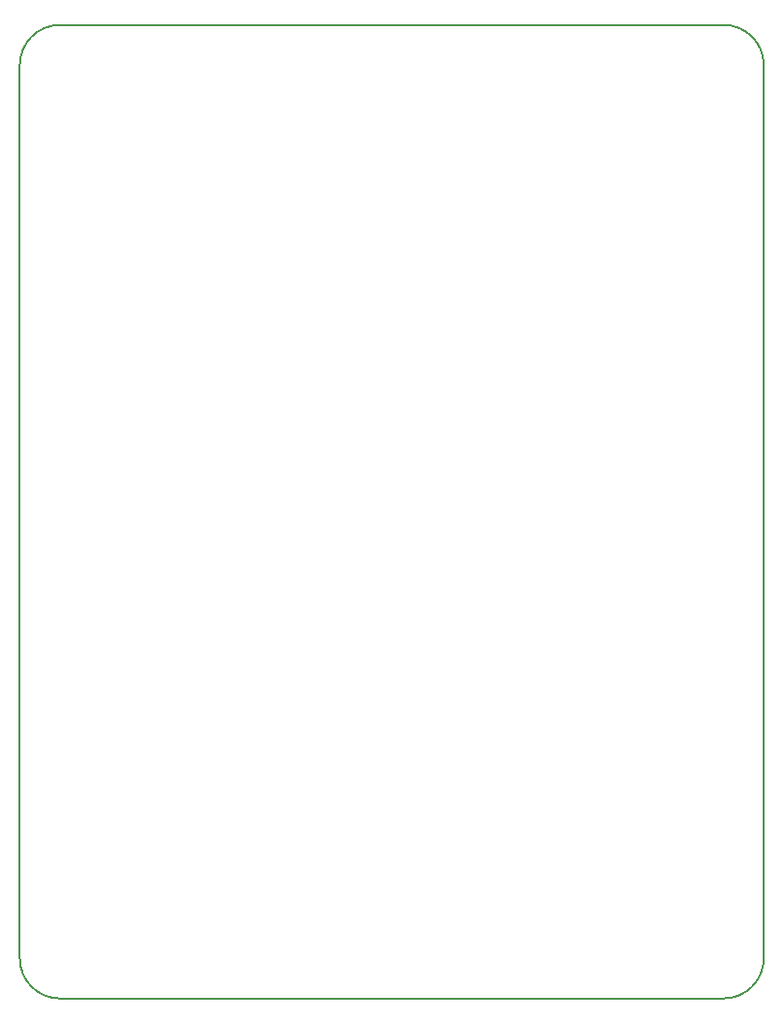
<source format=gbr>
G04 start of page 6 for group 4 idx 4 *
G04 Title: (unknown), outline *
G04 Creator: pcb 1.99z *
G04 CreationDate: Tue 02 Sep 2014 22:15:35 GMT UTC *
G04 For: rbarlow *
G04 Format: Gerber/RS-274X *
G04 PCB-Dimensions (mm): 85.00 105.00 *
G04 PCB-Coordinate-Origin: lower left *
%MOMM*%
%FSLAX43Y43*%
%LNOUTLINE*%
%ADD116C,0.200*%
G54D116*X13500Y10000D02*X71500D01*
X75000Y13500D02*Y91500D01*
X71500Y95000D02*X13500D01*
X10000Y91500D02*Y13500D01*
X71500Y10000D02*G75*G03X75000Y13500I0J3500D01*G01*
X10000D02*G75*G03X13500Y10000I3500J0D01*G01*
X10000Y91500D02*G75*G02X13500Y95000I3500J0D01*G01*
X71500D02*G75*G02X75000Y91500I0J-3500D01*G01*
M02*

</source>
